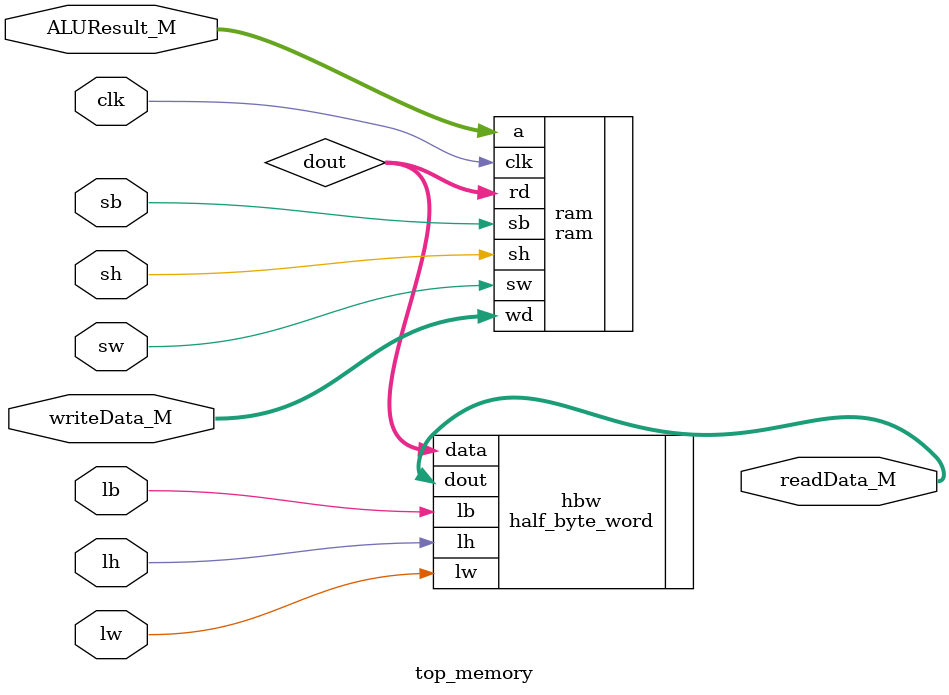
<source format=sv>
/* verilator lint_off MODDUP */
module top_memory #(
    parameter WIDTH = 32
) (
    input logic clk,
    // input logic memWrite_M,
    input logic sw,
    input logic sh,
    input logic sb,
    input logic lw,
    input logic lh,
    input logic lb,
    input logic [WIDTH-1:0] ALUResult_M,
    input logic [WIDTH-1:0] writeData_M,
    output logic [WIDTH-1:0] readData_M
);

logic [WIDTH-1:0] dout;

ram ram(
    .sw(sw),
    .sh(sh),
    .sb(sb),
    .wd(writeData_M),
    .a(ALUResult_M),
    .clk(clk),
    .rd(dout)
);

half_byte_word hbw(
    .lw(lw),
    .lh(lh),
    .lb(lb),
    .data(dout),
    .dout(readData_M)
);

endmodule

</source>
